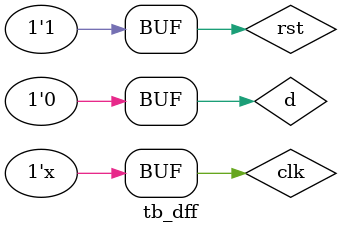
<source format=v>
`timescale 1ns / 1ps

module tb_dff(


    );
    reg d,clk,rst;
    wire q,qbar;
    
    dff_top uut(.d(d),.clk(clk),.rst(rst),.q(q),.qbar(qbar));
    always #5 clk=~clk;
    initial begin 
    d=0;clk=0;rst=0;
    #2 rst=1;
    #4 d=1;
    #20 d=0;
    end
    
    
    
endmodule

</source>
